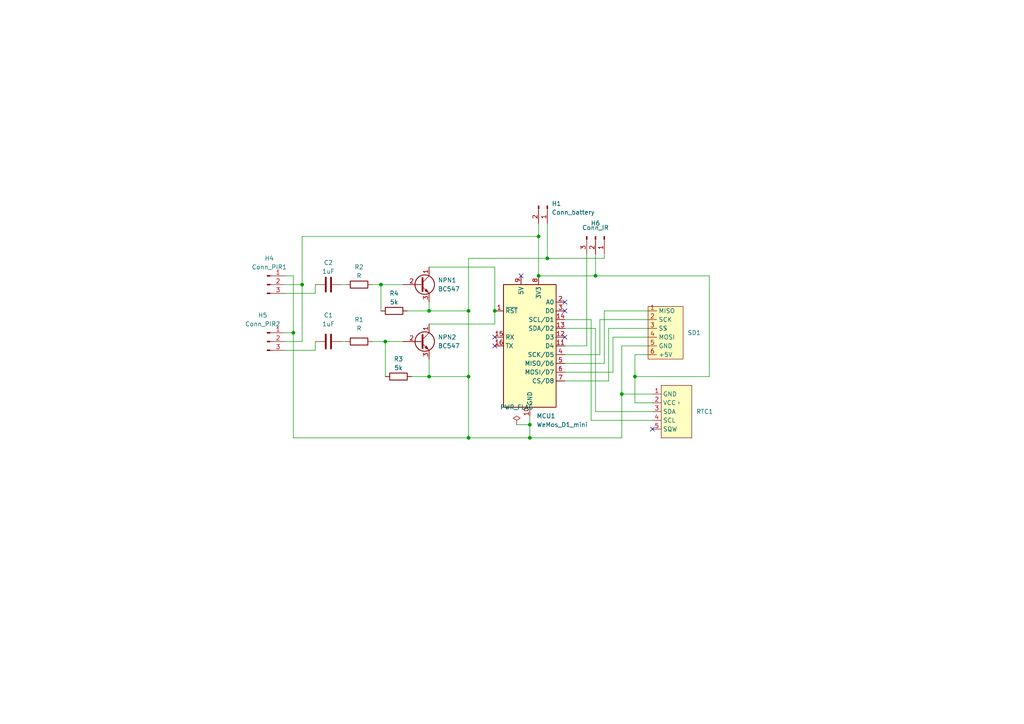
<source format=kicad_sch>
(kicad_sch (version 20230121) (generator eeschema)
  (paper "A4")
  (lib_symbols
    (symbol "Connector:Conn_01x02_Pin" (pin_names (offset 1.016) hide)
      (property "Reference" "J" (at 0 2.54 0))
      (property "Value" "Conn_01x02_Pin" (at 0 -5.08 0))
      (symbol "Conn_01x02_Pin_1_1"
        (polyline (pts (xy 1.27 -2.54) (xy 0.8636 -2.54)) (stroke (width 0.1524)))
        (polyline (pts (xy 1.27 0) (xy 0.8636 0)) (stroke (width 0.1524)))
        (rectangle (start 0.8636 -2.413) (end 0 -2.667) (stroke (width 0.1524)) (fill (type outline)))
        (rectangle (start 0.8636 0.127) (end 0 -0.127) (stroke (width 0.1524)) (fill (type outline)))
        (pin passive line (at 5.08 0 180) (length 3.81) (name "Pin_1") (number "1"))
        (pin passive line (at 5.08 -2.54 180) (length 3.81) (name "Pin_2") (number "2"))
      )
    )
    (symbol "Connector:Conn_01x03_Pin" (pin_names (offset 1.016) hide)
      (property "Reference" "J" (at 0 5.08 0))
      (property "Value" "Conn_01x03_Pin" (at 0 -5.08 0))
      (symbol "Conn_01x03_Pin_1_1"
        (polyline (pts (xy 1.27 -2.54) (xy 0.8636 -2.54)) (stroke (width 0.1524)))
        (polyline (pts (xy 1.27 0) (xy 0.8636 0)) (stroke (width 0.1524)))
        (polyline (pts (xy 1.27 2.54) (xy 0.8636 2.54)) (stroke (width 0.1524)))
        (rectangle (start 0.8636 -2.413) (end 0 -2.667) (stroke (width 0.1524)) (fill (type outline)))
        (rectangle (start 0.8636 0.127) (end 0 -0.127) (stroke (width 0.1524)) (fill (type outline)))
        (rectangle (start 0.8636 2.667) (end 0 2.413) (stroke (width 0.1524)) (fill (type outline)))
        (pin passive line (at 5.08 2.54 180) (length 3.81) (name "Pin_1") (number "1"))
        (pin passive line (at 5.08 0 180) (length 3.81) (name "Pin_2") (number "2"))
        (pin passive line (at 5.08 -2.54 180) (length 3.81) (name "Pin_3") (number "3"))
      )
    )
    (symbol "Custum components:Adafruit_PCF8523"
      (property "Reference" "RTC" (at 0 2.54 0))
      (symbol "Adafruit_PCF8523_1_1"
        (rectangle (start -7.62 5.08) (end 7.62 -3.81) (fill (type background)))
        (pin bidirectional line (at -5.08 -6.35 90) (length 2.54) (name "GND") (number "1"))
        (pin bidirectional line (at -2.54 -6.35 90) (length 2.54) (name "VCC") (number "2"))
        (pin bidirectional line (at 0 -6.35 90) (length 2.54) (name "SDA") (number "3"))
        (pin bidirectional line (at 2.54 -6.35 90) (length 2.54) (name "SCL") (number "4"))
        (pin bidirectional line (at 5.08 -6.35 90) (length 2.54) (name "SQW") (number "5"))
      )
    )
    (symbol "Custum components:DFRobot_micro_SD"
      (property "Reference" "SD1" (at 0 3.81 0))
      (symbol "DFRobot_micro_SD_1_1"
        (rectangle (start -7.62 5.08) (end 7.62 -5.08) (fill (type background)))
        (pin bidirectional line (at -6.35 -5.08 90) (length 2.54) (name "MISO") (number "1"))
        (pin bidirectional line (at -3.81 -5.08 90) (length 2.54) (name "SCK") (number "2"))
        (pin bidirectional line (at -1.27 -5.08 90) (length 2.54) (name "SS") (number "3"))
        (pin bidirectional line (at 1.27 -5.08 90) (length 2.54) (name "MOSI") (number "4"))
        (pin bidirectional line (at 3.81 -5.08 90) (length 2.54) (name "GND") (number "5"))
        (pin bidirectional line (at 6.35 -5.08 90) (length 2.54) (name "+5V") (number "6"))
      )
    )
    (symbol "Device:C" (pin_numbers hide) (pin_names (offset 0.254))
      (property "Reference" "C" (at 0.635 2.54 0))
      (property "Value" "C" (at 0.635 -2.54 0))
      (symbol "C_0_1"
        (polyline (pts (xy -2.032 -0.762) (xy 2.032 -0.762)) (stroke (width 0.508)))
        (polyline (pts (xy -2.032 0.762) (xy 2.032 0.762)) (stroke (width 0.508)))
      )
      (symbol "C_1_1"
        (pin passive line (at 0 3.81 270) (length 2.794) (name "~") (number "1"))
        (pin passive line (at 0 -3.81 90) (length 2.794) (name "~") (number "2"))
      )
    )
    (symbol "Device:R" (pin_numbers hide) (pin_names (offset 0))
      (property "Reference" "R" (at 2.032 0 90))
      (property "Value" "R" (at 0 0 90))
      (symbol "R_0_1"
        (rectangle (start -1.016 -2.54) (end 1.016 2.54) (stroke (width 0.254)))
      )
      (symbol "R_1_1"
        (pin passive line (at 0 3.81 270) (length 1.27) (name "~") (number "1"))
        (pin passive line (at 0 -3.81 90) (length 1.27) (name "~") (number "2"))
      )
    )
    (symbol "MCU_Module:WeMos_D1_mini"
      (property "Reference" "U" (at 3.81 19.05 0))
      (property "Value" "WeMos_D1_mini" (at 1.27 -19.05 0))
      (symbol "WeMos_D1_mini_1_1"
        (rectangle (start -7.62 17.78) (end 7.62 -17.78) (stroke (width 0.254)) (fill (type background)))
        (pin input line (at -10.16 10.16 0) (length 2.54) (name "~{RST}") (number "1"))
        (pin power_in line (at 0 -20.32 90) (length 2.54) (name "GND") (number "10"))
        (pin bidirectional line (at 10.16 0 180) (length 2.54) (name "D4") (number "11"))
        (pin bidirectional line (at 10.16 2.54 180) (length 2.54) (name "D3") (number "12"))
        (pin bidirectional line (at 10.16 5.08 180) (length 2.54) (name "SDA/D2") (number "13"))
        (pin bidirectional line (at 10.16 7.62 180) (length 2.54) (name "SCL/D1") (number "14"))
        (pin input line (at -10.16 2.54 0) (length 2.54) (name "RX") (number "15"))
        (pin output line (at -10.16 0 0) (length 2.54) (name "TX") (number "16"))
        (pin input line (at 10.16 12.7 180) (length 2.54) (name "A0") (number "2"))
        (pin bidirectional line (at 10.16 10.16 180) (length 2.54) (name "D0") (number "3"))
        (pin bidirectional line (at 10.16 -2.54 180) (length 2.54) (name "SCK/D5") (number "4"))
        (pin bidirectional line (at 10.16 -5.08 180) (length 2.54) (name "MISO/D6") (number "5"))
        (pin bidirectional line (at 10.16 -7.62 180) (length 2.54) (name "MOSI/D7") (number "6"))
        (pin bidirectional line (at 10.16 -10.16 180) (length 2.54) (name "CS/D8") (number "7"))
        (pin power_out line (at 2.54 20.32 270) (length 2.54) (name "3V3") (number "8"))
        (pin power_in line (at -2.54 20.32 270) (length 2.54) (name "5V") (number "9"))
      )
    )
    (symbol "Transistor_BJT:BC547" (pin_names (offset 0) hide)
      (property "Reference" "Q" (at 5.08 1.905 0))
      (property "Value" "BC547" (at 5.08 0 0))
      (symbol "BC547_0_1"
        (polyline (pts (xy 0 0) (xy 0.635 0)))
        (polyline (pts (xy 0.635 0.635) (xy 2.54 2.54)))
        (polyline (pts (xy 0.635 -0.635) (xy 2.54 -2.54) (xy 2.54 -2.54)))
        (polyline (pts (xy 0.635 1.905) (xy 0.635 -1.905) (xy 0.635 -1.905)) (stroke (width 0.508)))
        (polyline (pts (xy 1.27 -1.778) (xy 1.778 -1.27) (xy 2.286 -2.286) (xy 1.27 -1.778) (xy 1.27 -1.778)) (fill (type outline)))
        (circle (center 1.27 0) (radius 2.8194) (stroke (width 0.254)))
      )
      (symbol "BC547_1_1"
        (pin passive line (at 2.54 5.08 270) (length 2.54) (name "C") (number "1"))
        (pin input line (at -5.08 0 0) (length 5.08) (name "B") (number "2"))
        (pin passive line (at 2.54 -5.08 90) (length 2.54) (name "E") (number "3"))
      )
    )
    (symbol "power:PWR_FLAG" (power) (pin_numbers hide) (pin_names (offset 0) hide)
      (property "Value" "PWR_FLAG" (at 0 3.81 0))
      (symbol "PWR_FLAG_0_0"
        (pin power_out line (at 0 0 90) (length 0) (name "pwr") (number "1"))
      )
      (symbol "PWR_FLAG_0_1"
        (polyline (pts (xy 0 0) (xy 0 1.27) (xy -1.016 1.905) (xy 0 2.54) (xy 1.016 1.905) (xy 0 1.27)))
      )
    )
  )
  (junction (at 135.89 109.22))
  (junction (at 135.89 90.17))
  (junction (at 85.09 96.52))
  (junction (at 180.34 114.3))
  (junction (at 156.21 68.58))
  (junction (at 172.72 80.01))
  (junction (at 110.49 82.55))
  (junction (at 156.21 80.01))
  (junction (at 87.63 82.55))
  (junction (at 124.46 109.22))
  (junction (at 111.76 99.06))
  (junction (at 124.46 90.17))
  (junction (at 184.15 109.22))
  (junction (at 158.75 74.93))
  (junction (at 153.67 123.19))
  (junction (at 135.89 127))
  (junction (at 143.51 90.17))
  (junction (at 153.67 127))
  (no_connect (at 143.51 100.33))
  (no_connect (at 189.23 124.46))
  (no_connect (at 163.83 90.17))
  (no_connect (at 151.13 80.01))
  (no_connect (at 143.51 97.79))
  (no_connect (at 163.83 97.79))
  (no_connect (at 163.83 87.63))
  (wire (pts (xy 177.8 97.79) (xy 177.8 107.95)))
  (wire (pts (xy 177.8 97.79) (xy 187.96 97.79)))
  (wire (pts (xy 124.46 93.98) (xy 143.51 93.98)))
  (wire (pts (xy 107.95 99.06) (xy 111.76 99.06)))
  (wire (pts (xy 173.99 102.87) (xy 173.99 92.71)))
  (wire (pts (xy 156.21 80.01) (xy 172.72 80.01)))
  (wire (pts (xy 189.23 119.38) (xy 172.72 119.38)))
  (wire (pts (xy 143.51 93.98) (xy 143.51 90.17)))
  (wire (pts (xy 135.89 127) (xy 153.67 127)))
  (wire (pts (xy 184.15 102.87) (xy 184.15 109.22)))
  (wire (pts (xy 175.26 74.93) (xy 158.75 74.93)))
  (wire (pts (xy 189.23 121.92) (xy 171.45 121.92)))
  (wire (pts (xy 180.34 114.3) (xy 189.23 114.3)))
  (wire (pts (xy 87.63 68.58) (xy 156.21 68.58)))
  (wire (pts (xy 124.46 90.17) (xy 124.46 87.63)))
  (wire (pts (xy 175.26 90.17) (xy 187.96 90.17)))
  (wire (pts (xy 87.63 82.55) (xy 87.63 99.06)))
  (wire (pts (xy 176.53 95.25) (xy 187.96 95.25)))
  (wire (pts (xy 172.72 73.66) (xy 172.72 80.01)))
  (wire (pts (xy 111.76 99.06) (xy 111.76 109.22)))
  (wire (pts (xy 119.38 109.22) (xy 124.46 109.22)))
  (wire (pts (xy 158.75 74.93) (xy 135.89 74.93)))
  (wire (pts (xy 158.75 64.77) (xy 158.75 74.93)))
  (wire (pts (xy 82.55 85.09) (xy 91.44 85.09)))
  (wire (pts (xy 135.89 109.22) (xy 135.89 127)))
  (wire (pts (xy 171.45 121.92) (xy 171.45 92.71)))
  (wire (pts (xy 163.83 105.41) (xy 175.26 105.41)))
  (wire (pts (xy 87.63 82.55) (xy 82.55 82.55)))
  (wire (pts (xy 118.11 90.17) (xy 124.46 90.17)))
  (wire (pts (xy 110.49 82.55) (xy 116.84 82.55)))
  (wire (pts (xy 85.09 96.52) (xy 85.09 127)))
  (wire (pts (xy 180.34 114.3) (xy 180.34 127)))
  (wire (pts (xy 176.53 110.49) (xy 176.53 95.25)))
  (wire (pts (xy 170.18 73.66) (xy 170.18 100.33)))
  (wire (pts (xy 187.96 100.33) (xy 180.34 100.33)))
  (wire (pts (xy 99.06 82.55) (xy 100.33 82.55)))
  (wire (pts (xy 187.96 102.87) (xy 184.15 102.87)))
  (wire (pts (xy 189.23 116.84) (xy 184.15 116.84)))
  (wire (pts (xy 135.89 90.17) (xy 135.89 109.22)))
  (wire (pts (xy 91.44 101.6) (xy 91.44 99.06)))
  (wire (pts (xy 172.72 119.38) (xy 172.72 95.25)))
  (wire (pts (xy 175.26 105.41) (xy 175.26 90.17)))
  (wire (pts (xy 124.46 77.47) (xy 143.51 77.47)))
  (wire (pts (xy 163.83 102.87) (xy 173.99 102.87)))
  (wire (pts (xy 149.86 123.19) (xy 153.67 123.19)))
  (wire (pts (xy 124.46 109.22) (xy 135.89 109.22)))
  (wire (pts (xy 153.67 120.65) (xy 153.67 123.19)))
  (wire (pts (xy 172.72 80.01) (xy 205.74 80.01)))
  (wire (pts (xy 110.49 82.55) (xy 110.49 90.17)))
  (wire (pts (xy 184.15 109.22) (xy 205.74 109.22)))
  (wire (pts (xy 107.95 82.55) (xy 110.49 82.55)))
  (wire (pts (xy 175.26 73.66) (xy 175.26 74.93)))
  (wire (pts (xy 156.21 68.58) (xy 156.21 80.01)))
  (wire (pts (xy 111.76 99.06) (xy 116.84 99.06)))
  (wire (pts (xy 91.44 85.09) (xy 91.44 82.55)))
  (wire (pts (xy 87.63 82.55) (xy 87.63 68.58)))
  (wire (pts (xy 171.45 92.71) (xy 163.83 92.71)))
  (wire (pts (xy 156.21 64.77) (xy 156.21 68.58)))
  (wire (pts (xy 153.67 127) (xy 180.34 127)))
  (wire (pts (xy 205.74 109.22) (xy 205.74 80.01)))
  (wire (pts (xy 172.72 95.25) (xy 163.83 95.25)))
  (wire (pts (xy 124.46 104.14) (xy 124.46 109.22)))
  (wire (pts (xy 124.46 90.17) (xy 135.89 90.17)))
  (wire (pts (xy 82.55 80.01) (xy 85.09 80.01)))
  (wire (pts (xy 82.55 99.06) (xy 87.63 99.06)))
  (wire (pts (xy 153.67 123.19) (xy 153.67 127)))
  (wire (pts (xy 85.09 127) (xy 135.89 127)))
  (wire (pts (xy 135.89 74.93) (xy 135.89 90.17)))
  (wire (pts (xy 163.83 110.49) (xy 176.53 110.49)))
  (wire (pts (xy 180.34 100.33) (xy 180.34 114.3)))
  (wire (pts (xy 85.09 80.01) (xy 85.09 96.52)))
  (wire (pts (xy 184.15 116.84) (xy 184.15 109.22)))
  (wire (pts (xy 99.06 99.06) (xy 100.33 99.06)))
  (wire (pts (xy 163.83 100.33) (xy 170.18 100.33)))
  (wire (pts (xy 173.99 92.71) (xy 187.96 92.71)))
  (wire (pts (xy 82.55 96.52) (xy 85.09 96.52)))
  (wire (pts (xy 163.83 107.95) (xy 177.8 107.95)))
  (wire (pts (xy 82.55 101.6) (xy 91.44 101.6)))
  (wire (pts (xy 143.51 77.47) (xy 143.51 90.17)))
  (symbol (lib_id "Connector:Conn_01x03_Pin") (at 77.47 99.06 0) (unit 1)
    (property "Reference" "H5" (at 76.2 91.44 0))
    (property "Value" "Conn_PIR2" (at 76.2 93.98 0))
    (property "Footprint" "Connector_JST:JST_PH_B3B-PH-K_1x03_P2.00mm_Vertical" (effects hide))
  )
  (symbol (lib_id "Transistor_BJT:BC547") (at 121.92 99.06 0) (unit 1)
    (property "Reference" "NPN2" (at 127 97.79 0) (effects (justify left)))
    (property "Value" "BC547" (at 127 100.33 0) (effects (justify left)))
    (property "Footprint" "Package_TO_SOT_THT:TO-92_Inline" (effects hide))
    (property "Datasheet" "https://www.onsemi.com/pub/Collateral/BC550-D.pdf" (effects hide))
  )
  (symbol (lib_id "Custum components:Adafruit_PCF8523") (at 195.58 119.38 270) (unit 1)
    (property "Reference" "RTC1" (at 201.93 119.38 90) (effects (justify left)))
    (property "Value" "~" (at 196.85 116.84 0))
    (property "Footprint" "Custom components:Adafruit PCF8523" (effects hide))
  )
  (symbol (lib_id "Device:R") (at 104.14 99.06 90) (unit 1)
    (property "Reference" "R1" (at 104.14 92.71 90))
    (property "Value" "R" (at 104.14 95.25 90))
    (property "Footprint" "Resistor_THT:R_Axial_DIN0207_L6.3mm_D2.5mm_P7.62mm_Horizontal" (effects hide))
  )
  (symbol (lib_id "Device:R") (at 114.3 90.17 90) (unit 1)
    (property "Reference" "R4" (at 114.3 85.09 90))
    (property "Value" "5k" (at 114.3 87.63 90))
    (property "Footprint" "Resistor_THT:R_Axial_DIN0207_L6.3mm_D2.5mm_P7.62mm_Horizontal" (effects hide))
  )
  (symbol (lib_id "Device:R") (at 104.14 82.55 90) (unit 1)
    (property "Reference" "R2" (at 104.14 77.47 90))
    (property "Value" "R" (at 104.14 80.01 90))
    (property "Footprint" "Resistor_THT:R_Axial_DIN0207_L6.3mm_D2.5mm_P7.62mm_Horizontal" (effects hide))
  )
  (symbol (lib_id "Transistor_BJT:BC547") (at 121.92 82.55 0) (unit 1)
    (property "Reference" "NPN1" (at 127 81.28 0) (effects (justify left)))
    (property "Value" "BC547" (at 127 83.82 0) (effects (justify left)))
    (property "Footprint" "Package_TO_SOT_THT:TO-92_Inline" (effects hide))
    (property "Datasheet" "https://www.onsemi.com/pub/Collateral/BC550-D.pdf" (effects hide))
  )
  (symbol (lib_id "Device:C") (at 95.25 99.06 90) (unit 1)
    (property "Reference" "C1" (at 95.25 91.44 90))
    (property "Value" "1uF" (at 95.25 93.98 90))
    (property "Footprint" "Capacitor_THT:C_Disc_D5.0mm_W2.5mm_P2.50mm" (effects hide))
  )
  (symbol (lib_id "Connector:Conn_01x03_Pin") (at 77.47 82.55 0) (unit 1)
    (property "Reference" "H4" (at 78.105 74.93 0))
    (property "Value" "Conn_PIR1" (at 78.105 77.47 0))
    (property "Footprint" "Connector_JST:JST_PH_B3B-PH-K_1x03_P2.00mm_Vertical" (effects hide))
  )
  (symbol (lib_id "power:PWR_FLAG") (at 149.86 123.19 0) (unit 1)
    (property "Reference" "#FLG01" (effects hide))
    (property "Value" "PWR_FLAG" (at 149.86 118.11 0))
  )
  (symbol (lib_id "Device:R") (at 115.57 109.22 90) (unit 1)
    (property "Reference" "R3" (at 115.57 104.14 90))
    (property "Value" "5k" (at 115.57 106.68 90))
    (property "Footprint" "Resistor_THT:R_Axial_DIN0207_L6.3mm_D2.5mm_P7.62mm_Horizontal" (effects hide))
  )
  (symbol (lib_id "Custum components:DFRobot_micro_SD") (at 193.04 96.52 270) (unit 1)
    (property "Reference" "SD1" (at 199.39 96.52 90) (effects (justify left)))
    (property "Value" "~" (at 193.04 95.25 0))
    (property "Footprint" "Custom components:DFRobot micro SD module" (effects hide))
  )
  (symbol (lib_id "Device:C") (at 95.25 82.55 90) (unit 1)
    (property "Reference" "C2" (at 95.25 76.2 90))
    (property "Value" "1uF" (at 95.25 78.74 90))
    (property "Footprint" "Capacitor_THT:C_Disc_D5.0mm_W2.5mm_P2.50mm" (effects hide))
  )
  (symbol (lib_id "Connector:Conn_01x02_Pin") (at 158.75 59.69 270) (unit 1)
    (property "Reference" "H1" (at 160.02 59.055 90) (effects (justify left)))
    (property "Value" "Conn_battery" (at 160.02 61.595 90) (effects (justify left)))
    (property "Footprint" "Connector_JST:JST_PH_B2B-PH-K_1x02_P2.00mm_Vertical" (effects hide))
  )
  (symbol (lib_id "Connector:Conn_01x03_Pin") (at 172.72 68.58 270) (unit 1)
    (property "Reference" "H6" (at 172.72 64.77 90))
    (property "Value" "Conn_IR" (at 172.72 66.04 90))
    (property "Footprint" "Connector_JST:JST_PH_B3B-PH-K_1x03_P2.00mm_Vertical" (effects hide))
  )
  (symbol (lib_id "MCU_Module:WeMos_D1_mini") (at 153.67 100.33 0) (unit 1)
    (property "Reference" "MCU1" (at 155.6259 120.65 0) (effects (justify left)))
    (property "Value" "WeMos_D1_mini" (at 155.6259 123.19 0) (effects (justify left)))
    (property "Footprint" "Module:WEMOS_D1_mini_light" (effects hide))
    (property "Datasheet" "https://wiki.wemos.cc/products:d1:d1_mini#documentation" (effects hide))
  )
)
</source>
